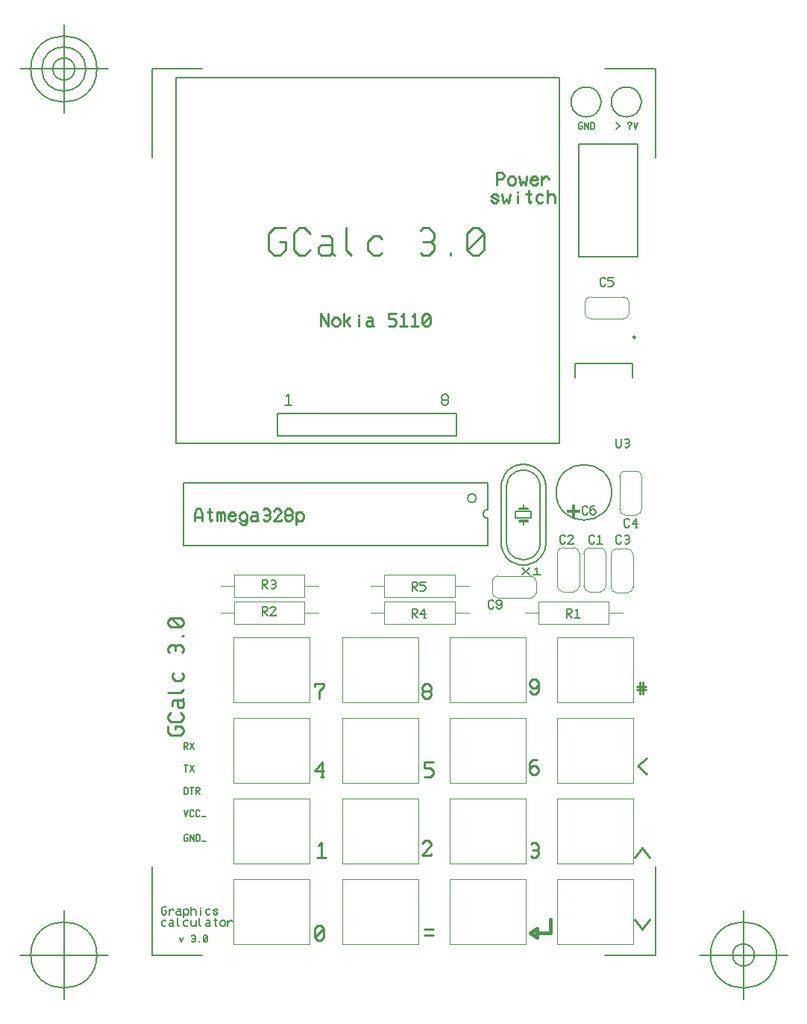
<source format=gbr>
G04 Generated by Ultiboard 14.0 *
%FSLAX34Y34*%
%MOMM*%

%ADD10C,0.0001*%
%ADD11C,0.0013*%
%ADD12C,0.2222*%
%ADD13C,0.2933*%
%ADD14C,0.1556*%
%ADD15C,0.1000*%
%ADD16C,0.2032*%
%ADD17C,0.2667*%
%ADD18C,0.0010*%
%ADD19C,0.4000*%
%ADD20C,0.2000*%
%ADD21C,0.2500*%
%ADD22C,0.1976*%
%ADD23C,0.1778*%
%ADD24C,0.1270*%


G04 ColorRGB FFFF00 for the following layer *
%LNSilkscreen Top*%
%LPD*%
G54D10*
G54D11*
X454660Y174564D02*
X541020Y174564D01*
X541020Y100904D01*
X454660Y100904D01*
X454660Y174564D01*
X332740Y83124D02*
X419100Y83124D01*
X419100Y9464D01*
X332740Y9464D01*
X332740Y83124D01*
X87480Y83124D02*
X173840Y83124D01*
X173840Y9464D01*
X87480Y9464D01*
X87480Y83124D01*
X87480Y174564D02*
X173840Y174564D01*
X173840Y100904D01*
X87480Y100904D01*
X87480Y174564D01*
X87480Y357444D02*
X173840Y357444D01*
X173840Y283784D01*
X87480Y283784D01*
X87480Y357444D01*
X87480Y266004D02*
X173840Y266004D01*
X173840Y192344D01*
X87480Y192344D01*
X87480Y266004D01*
X210820Y357444D02*
X297180Y357444D01*
X297180Y283784D01*
X210820Y283784D01*
X210820Y357444D01*
X210820Y266004D02*
X297180Y266004D01*
X297180Y192344D01*
X210820Y192344D01*
X210820Y266004D01*
X210820Y174564D02*
X297180Y174564D01*
X297180Y100904D01*
X210820Y100904D01*
X210820Y174564D01*
X332740Y174564D02*
X419100Y174564D01*
X419100Y100904D01*
X332740Y100904D01*
X332740Y174564D01*
X332740Y266004D02*
X419100Y266004D01*
X419100Y192344D01*
X332740Y192344D01*
X332740Y266004D01*
X332740Y357444D02*
X419100Y357444D01*
X419100Y283784D01*
X332740Y283784D01*
X332740Y357444D01*
X454660Y266004D02*
X541020Y266004D01*
X541020Y192344D01*
X454660Y192344D01*
X454660Y266004D01*
X454660Y357444D02*
X541020Y357444D01*
X541020Y283784D01*
X454660Y283784D01*
X454660Y357444D01*
X454660Y83124D02*
X541020Y83124D01*
X541020Y9464D01*
X454660Y9464D01*
X454660Y83124D01*
X210820Y83124D02*
X297180Y83124D01*
X297180Y9464D01*
X210820Y9464D01*
X210820Y83124D01*
G54D12*
X186842Y710726D02*
X186842Y725011D01*
X195376Y710726D01*
X195376Y725011D01*
X199642Y713583D02*
X202487Y710726D01*
X205331Y710726D01*
X208176Y713583D01*
X208176Y717869D01*
X205331Y720726D01*
X202487Y720726D01*
X199642Y717869D01*
X199642Y713583D01*
X212442Y716440D02*
X215287Y716440D01*
X219553Y720726D01*
X215287Y716440D02*
X219553Y710726D01*
X212442Y710726D02*
X212442Y725011D01*
X229509Y710726D02*
X229509Y719297D01*
X229509Y722154D02*
X229509Y723583D01*
X239464Y720726D02*
X243731Y720726D01*
X245153Y719297D01*
X245153Y712154D01*
X243731Y710726D01*
X239464Y710726D01*
X238042Y712154D01*
X238042Y715011D01*
X239464Y716440D01*
X245153Y716440D01*
X245153Y712154D02*
X246576Y710726D01*
X272176Y725011D02*
X263642Y725011D01*
X263642Y719297D01*
X269331Y719297D01*
X272176Y716440D01*
X272176Y713583D01*
X269331Y710726D01*
X263642Y710726D01*
X277864Y722154D02*
X280709Y725011D01*
X280709Y710726D01*
X276442Y710726D02*
X284976Y710726D01*
X290664Y722154D02*
X293509Y725011D01*
X293509Y710726D01*
X289242Y710726D02*
X297776Y710726D01*
X302042Y722154D02*
X304887Y725011D01*
X307731Y725011D01*
X310576Y722154D01*
X310576Y713583D01*
X307731Y710726D01*
X304887Y710726D01*
X302042Y713583D01*
X302042Y722154D01*
X310576Y722154D02*
X302042Y713583D01*
X386282Y870746D02*
X386282Y885031D01*
X391971Y885031D01*
X394816Y882174D01*
X394816Y880746D01*
X391971Y877889D01*
X386282Y877889D01*
X399082Y873603D02*
X401927Y870746D01*
X404771Y870746D01*
X407616Y873603D01*
X407616Y877889D01*
X404771Y880746D01*
X401927Y880746D01*
X399082Y877889D01*
X399082Y873603D01*
X411882Y880746D02*
X413304Y870746D01*
X416149Y875031D01*
X418993Y870746D01*
X420416Y880746D01*
X433216Y873603D02*
X430371Y870746D01*
X427527Y870746D01*
X424682Y873603D01*
X424682Y877889D01*
X427527Y880746D01*
X430371Y880746D01*
X433216Y877889D01*
X431793Y876460D01*
X424682Y876460D01*
X437482Y876460D02*
X441749Y880746D01*
X443171Y880746D01*
X446016Y877889D01*
X437482Y870746D02*
X437482Y880746D01*
X379882Y853603D02*
X382727Y850746D01*
X385571Y850746D01*
X388416Y853603D01*
X379882Y857889D01*
X382727Y860746D01*
X385571Y860746D01*
X388416Y857889D01*
X392682Y860746D02*
X394104Y850746D01*
X396949Y855031D01*
X399793Y850746D01*
X401216Y860746D01*
X409749Y850746D02*
X409749Y859317D01*
X409749Y862174D02*
X409749Y863603D01*
X425393Y852174D02*
X423971Y850746D01*
X422549Y852174D01*
X422549Y865031D01*
X419704Y860746D02*
X425393Y860746D01*
X438193Y852174D02*
X436771Y850746D01*
X433927Y850746D01*
X431082Y853603D01*
X431082Y857889D01*
X433927Y860746D01*
X436771Y860746D01*
X438193Y859317D01*
X443882Y857889D02*
X446727Y860746D01*
X449571Y860746D01*
X452416Y857889D01*
X452416Y850746D01*
X443882Y865031D02*
X443882Y850746D01*
X43282Y489746D02*
X43282Y498317D01*
X46127Y504031D01*
X48971Y504031D01*
X51816Y498317D01*
X51816Y489746D01*
X43282Y494031D02*
X51816Y494031D01*
X63193Y491174D02*
X61771Y489746D01*
X60349Y491174D01*
X60349Y504031D01*
X57504Y499746D02*
X63193Y499746D01*
X68882Y489746D02*
X68882Y498317D01*
X68882Y499746D01*
X68882Y498317D02*
X70304Y499746D01*
X71727Y499746D01*
X73149Y498317D01*
X74571Y499746D01*
X75993Y499746D01*
X77416Y498317D01*
X77416Y489746D01*
X73149Y498317D02*
X73149Y489746D01*
X90216Y492603D02*
X87371Y489746D01*
X84527Y489746D01*
X81682Y492603D01*
X81682Y496889D01*
X84527Y499746D01*
X87371Y499746D01*
X90216Y496889D01*
X88793Y495460D01*
X81682Y495460D01*
X94482Y488317D02*
X97327Y485460D01*
X100171Y485460D01*
X103016Y488317D01*
X103016Y492603D01*
X103016Y496889D01*
X100171Y499746D01*
X97327Y499746D01*
X94482Y496889D01*
X94482Y492603D01*
X97327Y489746D01*
X100171Y489746D01*
X103016Y492603D01*
X108704Y499746D02*
X112971Y499746D01*
X114393Y498317D01*
X114393Y491174D01*
X112971Y489746D01*
X108704Y489746D01*
X107282Y491174D01*
X107282Y494031D01*
X108704Y495460D01*
X114393Y495460D01*
X114393Y491174D02*
X115816Y489746D01*
X121504Y502603D02*
X122927Y504031D01*
X125771Y504031D01*
X128616Y501174D01*
X128616Y498317D01*
X127193Y496889D01*
X128616Y495460D01*
X128616Y492603D01*
X125771Y489746D01*
X122927Y489746D01*
X121504Y491174D01*
X122927Y496889D02*
X127193Y496889D01*
X132882Y501174D02*
X135727Y504031D01*
X138571Y504031D01*
X141416Y501174D01*
X141416Y499746D01*
X132882Y489746D01*
X141416Y489746D01*
X141416Y491174D01*
X151371Y489746D02*
X148527Y489746D01*
X145682Y492603D01*
X145682Y495460D01*
X147104Y496889D01*
X145682Y498317D01*
X145682Y501174D01*
X148527Y504031D01*
X151371Y504031D01*
X154216Y501174D01*
X154216Y498317D01*
X152793Y496889D01*
X154216Y495460D01*
X154216Y492603D01*
X151371Y489746D01*
X147104Y496889D02*
X152793Y496889D01*
X158482Y492603D02*
X161327Y489746D01*
X164171Y489746D01*
X167016Y492603D01*
X167016Y496889D01*
X164171Y499746D01*
X161327Y499746D01*
X158482Y496889D01*
X158482Y485460D02*
X158482Y499746D01*
G54D13*
X140104Y806643D02*
X146362Y806643D01*
X146362Y797214D01*
X140104Y790929D01*
X133847Y790929D01*
X127589Y797214D01*
X127589Y816071D01*
X133847Y822357D01*
X146362Y822357D01*
X174522Y797214D02*
X168264Y790929D01*
X162007Y790929D01*
X155749Y797214D01*
X155749Y816071D01*
X162007Y822357D01*
X168264Y822357D01*
X174522Y816071D01*
X187038Y812929D02*
X196424Y812929D01*
X199553Y809786D01*
X199553Y794071D01*
X196424Y790929D01*
X187038Y790929D01*
X183909Y794071D01*
X183909Y800357D01*
X187038Y803500D01*
X199553Y803500D01*
X199553Y794071D02*
X202682Y790929D01*
X215198Y822357D02*
X215198Y797214D01*
X221456Y790929D01*
X255873Y794071D02*
X252744Y790929D01*
X246487Y790929D01*
X240229Y797214D01*
X240229Y806643D01*
X246487Y812929D01*
X252744Y812929D01*
X255873Y809786D01*
X299678Y819214D02*
X302807Y822357D01*
X309064Y822357D01*
X315322Y816071D01*
X315322Y809786D01*
X312193Y806643D01*
X315322Y803500D01*
X315322Y797214D01*
X309064Y790929D01*
X302807Y790929D01*
X299678Y794071D01*
X302807Y806643D02*
X312193Y806643D01*
X334096Y790929D02*
X334096Y794071D01*
X352869Y816071D02*
X359127Y822357D01*
X365384Y822357D01*
X371642Y816071D01*
X371642Y797214D01*
X365384Y790929D01*
X359127Y790929D01*
X352869Y797214D01*
X352869Y816071D01*
X371642Y816071D02*
X352869Y797214D01*
G54D14*
X537109Y484340D02*
X535118Y482340D01*
X533127Y482340D01*
X531136Y484340D01*
X531136Y490340D01*
X533127Y492340D01*
X535118Y492340D01*
X537109Y490340D01*
X546069Y486340D02*
X540096Y486340D01*
X545073Y492340D01*
X545073Y482340D01*
X544078Y482340D02*
X546069Y482340D01*
X527669Y465980D02*
X525678Y463980D01*
X523687Y463980D01*
X521696Y465980D01*
X521696Y471980D01*
X523687Y473980D01*
X525678Y473980D01*
X527669Y471980D01*
X531651Y472980D02*
X532647Y473980D01*
X534638Y473980D01*
X536629Y471980D01*
X536629Y469980D01*
X535633Y468980D01*
X536629Y467980D01*
X536629Y465980D01*
X534638Y463980D01*
X532647Y463980D01*
X531651Y464980D01*
X532647Y468980D02*
X535633Y468980D01*
X521696Y583200D02*
X521696Y575200D01*
X523687Y573200D01*
X525678Y573200D01*
X527669Y575200D01*
X527669Y583200D01*
X531651Y582200D02*
X532647Y583200D01*
X534638Y583200D01*
X536629Y581200D01*
X536629Y579200D01*
X535633Y578200D01*
X536629Y577200D01*
X536629Y575200D01*
X534638Y573200D01*
X532647Y573200D01*
X531651Y574200D01*
X532647Y578200D02*
X535633Y578200D01*
X382889Y392320D02*
X380898Y390320D01*
X378907Y390320D01*
X376916Y392320D01*
X376916Y398320D01*
X378907Y400320D01*
X380898Y400320D01*
X382889Y398320D01*
X385876Y392320D02*
X387867Y390320D01*
X389858Y390320D01*
X391849Y392320D01*
X391849Y396320D01*
X391849Y398320D01*
X389858Y400320D01*
X387867Y400320D01*
X385876Y398320D01*
X385876Y396320D01*
X387867Y394320D01*
X389858Y394320D01*
X391849Y396320D01*
X464169Y465980D02*
X462178Y463980D01*
X460187Y463980D01*
X458196Y465980D01*
X458196Y471980D01*
X460187Y473980D01*
X462178Y473980D01*
X464169Y471980D01*
X467156Y471980D02*
X469147Y473980D01*
X471138Y473980D01*
X473129Y471980D01*
X473129Y470980D01*
X467156Y463980D01*
X473129Y463980D01*
X473129Y464980D01*
X497189Y465980D02*
X495198Y463980D01*
X493207Y463980D01*
X491216Y465980D01*
X491216Y471980D01*
X493207Y473980D01*
X495198Y473980D01*
X497189Y471980D01*
X501171Y471980D02*
X503162Y473980D01*
X503162Y463980D01*
X500176Y463980D02*
X506149Y463980D01*
G54D15*
X525805Y540400D02*
X525805Y503049D01*
G75*
D01*
G03X532129Y496725I6324J0*
G01*
X544480Y496725D01*
G75*
D01*
G03X550805Y503049I1J6324*
G01*
X550805Y540400D01*
G74*
D01*
G03X544480Y546725I6325J0*
G01*
X532129Y546725D01*
G75*
D01*
G03X525805Y540400I1J-6325*
G01*
X168120Y373180D02*
X88120Y373180D01*
X88120Y398680D01*
X168120Y398680D01*
X168120Y373180D01*
X184120Y386080D02*
X168120Y386080D01*
X88120Y386080D02*
X73120Y386080D01*
X168120Y403660D02*
X88120Y403660D01*
X88120Y429160D01*
X168120Y429160D01*
X168120Y403660D01*
X184120Y416560D02*
X168120Y416560D01*
X88120Y416560D02*
X73120Y416560D01*
X338600Y403660D02*
X258600Y403660D01*
X258600Y429160D01*
X338600Y429160D01*
X338600Y403660D01*
X354600Y416560D02*
X338600Y416560D01*
X258600Y416560D02*
X243600Y416560D01*
X338600Y373180D02*
X258600Y373180D01*
X258600Y398680D01*
X338600Y398680D01*
X338600Y373180D01*
X354600Y386080D02*
X338600Y386080D01*
X258600Y386080D02*
X243600Y386080D01*
X513560Y373180D02*
X433560Y373180D01*
X433560Y398680D01*
X513560Y398680D01*
X513560Y373180D01*
X529560Y386080D02*
X513560Y386080D01*
X433560Y386080D02*
X418560Y386080D01*
X515995Y451991D02*
X515995Y414640D01*
G75*
D01*
G03X522320Y408315I6325J0*
G01*
X534671Y408315D01*
G75*
D01*
G03X540995Y414640I-1J6325*
G01*
X540995Y451991D01*
G74*
D01*
G03X534671Y458315I6324J0*
G01*
X522320Y458315D01*
G75*
D01*
G03X515995Y451991I-1J-6324*
G01*
X381225Y421220D02*
X381225Y408869D01*
G75*
D01*
G03X387549Y402545I6324J0*
G01*
X424900Y402545D01*
G75*
D01*
G03X431225Y408869I1J6324*
G01*
X431225Y421220D01*
G74*
D01*
G03X424900Y427545I6325J0*
G01*
X387549Y427545D01*
G75*
D01*
G03X381225Y421220I1J-6325*
G01*
X455035Y453191D02*
X455035Y415840D01*
G75*
D01*
G03X461360Y409515I6325J0*
G01*
X473711Y409515D01*
G75*
D01*
G03X480035Y415840I-1J6325*
G01*
X480035Y453191D01*
G74*
D01*
G03X473711Y459515I6324J0*
G01*
X461360Y459515D01*
G75*
D01*
G03X455035Y453191I-1J-6324*
G01*
X485165Y453191D02*
X485165Y415840D01*
G75*
D01*
G03X491489Y409515I6324J-1*
G01*
X503840Y409515D01*
G75*
D01*
G03X510165Y415840I0J6325*
G01*
X510165Y453191D01*
G74*
D01*
G03X503840Y459515I6325J1*
G01*
X491489Y459515D01*
G75*
D01*
G03X485165Y453191I0J-6324*
G01*
X486565Y737871D02*
X486565Y725520D01*
G75*
D01*
G03X492889Y719195I6324J-1*
G01*
X530240Y719195D01*
G75*
D01*
G03X536565Y725520I0J6325*
G01*
X536565Y737871D01*
G74*
D01*
G03X530240Y744195I6325J1*
G01*
X492889Y744195D01*
G75*
D01*
G03X486565Y737871I0J-6324*
G01*
G54D16*
X120376Y382700D02*
X120376Y392700D01*
X124358Y392700D01*
X126349Y390700D01*
X126349Y389700D01*
X124358Y387700D01*
X120376Y387700D01*
X121371Y387700D02*
X126349Y382700D01*
X129336Y390700D02*
X131327Y392700D01*
X133318Y392700D01*
X135309Y390700D01*
X135309Y389700D01*
X129336Y382700D01*
X135309Y382700D01*
X135309Y383700D01*
X120376Y413180D02*
X120376Y423180D01*
X124358Y423180D01*
X126349Y421180D01*
X126349Y420180D01*
X124358Y418180D01*
X120376Y418180D01*
X121371Y418180D02*
X126349Y413180D01*
X130331Y422180D02*
X131327Y423180D01*
X133318Y423180D01*
X135309Y421180D01*
X135309Y419180D01*
X134313Y418180D01*
X135309Y417180D01*
X135309Y415180D01*
X133318Y413180D01*
X131327Y413180D01*
X130331Y414180D01*
X131327Y418180D02*
X134313Y418180D01*
X290556Y410640D02*
X290556Y420640D01*
X294538Y420640D01*
X296529Y418640D01*
X296529Y417640D01*
X294538Y415640D01*
X290556Y415640D01*
X291551Y415640D02*
X296529Y410640D01*
X305489Y420640D02*
X299516Y420640D01*
X299516Y416640D01*
X303498Y416640D01*
X305489Y414640D01*
X305489Y412640D01*
X303498Y410640D01*
X299516Y410640D01*
X290556Y380160D02*
X290556Y390160D01*
X294538Y390160D01*
X296529Y388160D01*
X296529Y387160D01*
X294538Y385160D01*
X290556Y385160D01*
X291551Y385160D02*
X296529Y380160D01*
X305489Y384160D02*
X299516Y384160D01*
X304493Y390160D01*
X304493Y380160D01*
X303498Y380160D02*
X305489Y380160D01*
X465816Y380160D02*
X465816Y390160D01*
X469798Y390160D01*
X471789Y388160D01*
X471789Y387160D01*
X469798Y385160D01*
X465816Y385160D01*
X466811Y385160D02*
X471789Y380160D01*
X475771Y388160D02*
X477762Y390160D01*
X477762Y380160D01*
X474776Y380160D02*
X480749Y380160D01*
X489569Y499000D02*
X487578Y497000D01*
X485587Y497000D01*
X483596Y499000D01*
X483596Y505000D01*
X485587Y507000D01*
X487578Y507000D01*
X489569Y505000D01*
X497533Y507000D02*
X494547Y507000D01*
X492556Y505000D01*
X492556Y501000D01*
X492556Y499000D01*
X494547Y497000D01*
X496538Y497000D01*
X498529Y499000D01*
X498529Y501000D01*
X496538Y503000D01*
X494547Y503000D01*
X492556Y501000D01*
X453840Y522240D02*
G75*
D01*
G02X453840Y522240I31500J0*
G01*
X375920Y533400D02*
X30480Y533400D01*
X30480Y462280D01*
X375920Y462280D01*
X375920Y502840D02*
X375484Y502821D01*
X375052Y502764D01*
X374626Y502670D01*
X374210Y502538D01*
X373807Y502372D01*
X373420Y502170D01*
X373052Y501936D01*
X372706Y501670D01*
X372384Y501376D01*
X372090Y501054D01*
X371824Y500708D01*
X371590Y500340D01*
X371388Y499953D01*
X371222Y499550D01*
X371090Y499134D01*
X370996Y498708D01*
X370939Y498276D01*
X370920Y497840D01*
X370939Y497404D01*
X370996Y496972D01*
X371090Y496546D01*
X371222Y496130D01*
X371388Y495727D01*
X371590Y495340D01*
X371824Y494972D01*
X372090Y494626D01*
X372384Y494304D01*
X372706Y494010D01*
X373052Y493744D01*
X373420Y493510D01*
X373807Y493308D01*
X374210Y493142D01*
X374626Y493010D01*
X375052Y492916D01*
X375484Y492859D01*
X375920Y492840D01*
X375920Y462280D02*
X375920Y492840D01*
X375920Y502840D02*
X375920Y533400D01*
X353060Y515620D02*
G75*
D01*
G02X353060Y515620I5080J0*
G01*
X479580Y917440D02*
X479580Y789440D01*
X546580Y789440D01*
X546580Y917440D01*
X479580Y917440D01*
X415431Y436124D02*
X423898Y428565D01*
X415431Y428565D02*
X423898Y436124D01*
X429542Y434612D02*
X432364Y436124D01*
X432364Y428565D01*
X428131Y428565D02*
X436598Y428565D01*
X391160Y528532D02*
X391160Y465032D01*
X397510Y528532D02*
X397510Y465032D01*
X435610Y528532D02*
X435610Y465032D01*
X441960Y528532D02*
X441960Y465032D01*
X407670Y500592D02*
X407670Y492972D01*
X425450Y492972D02*
X425450Y500592D01*
X441960Y528532D02*
X441863Y530746D01*
X441574Y532943D01*
X441095Y535106D01*
X440428Y537219D01*
X439580Y539266D01*
X438557Y541232D01*
X437366Y543101D01*
X436018Y544859D01*
X434521Y546493D01*
X432887Y547990D01*
X431129Y549338D01*
X429260Y550529D01*
X427295Y551552D01*
X425247Y552400D01*
X423134Y553067D01*
X420971Y553546D01*
X418774Y553835D01*
X416560Y553932D01*
X414346Y553835D01*
X412149Y553546D01*
X409986Y553067D01*
X407873Y552400D01*
X405826Y551552D01*
X403860Y550529D01*
X401991Y549338D01*
X400233Y547990D01*
X398599Y546493D01*
X397102Y544859D01*
X395754Y543101D01*
X394563Y541232D01*
X393540Y539267D01*
X392692Y537219D01*
X392025Y535106D01*
X391546Y532943D01*
X391257Y530746D01*
X391160Y528532D01*
X391160Y528532D01*
X435610Y528532D02*
X435538Y530192D01*
X435321Y531840D01*
X434961Y533462D01*
X434461Y535047D01*
X433825Y536583D01*
X433058Y538057D01*
X432165Y539459D01*
X431153Y540777D01*
X430030Y542002D01*
X428805Y543125D01*
X427487Y544137D01*
X426085Y545030D01*
X424611Y545797D01*
X423075Y546433D01*
X421491Y546933D01*
X419868Y547293D01*
X418220Y547510D01*
X416560Y547582D01*
X414900Y547510D01*
X413252Y547293D01*
X411630Y546933D01*
X410045Y546433D01*
X408509Y545797D01*
X407035Y545030D01*
X405633Y544137D01*
X404315Y543125D01*
X403090Y542002D01*
X401967Y540777D01*
X400955Y539459D01*
X400062Y538057D01*
X399295Y536583D01*
X398659Y535047D01*
X398159Y533463D01*
X397799Y531840D01*
X397582Y530192D01*
X397510Y528532D01*
X397510Y528532D01*
X425450Y500592D02*
X407670Y500592D01*
X411480Y503132D02*
X421640Y503132D01*
X421640Y504402D02*
X411480Y504402D01*
X416560Y504402D02*
X416560Y508212D01*
X391160Y465032D02*
X391257Y462818D01*
X391546Y460621D01*
X392025Y458458D01*
X392692Y456345D01*
X393540Y454297D01*
X394563Y452332D01*
X395754Y450463D01*
X397102Y448705D01*
X398599Y447071D01*
X400233Y445574D01*
X401991Y444226D01*
X403860Y443035D01*
X405825Y442012D01*
X407873Y441164D01*
X409986Y440497D01*
X412149Y440018D01*
X414346Y439729D01*
X416560Y439632D01*
X418774Y439729D01*
X420971Y440018D01*
X423134Y440497D01*
X425247Y441164D01*
X427295Y442012D01*
X429260Y443035D01*
X431129Y444226D01*
X432887Y445574D01*
X434521Y447071D01*
X436018Y448705D01*
X437366Y450463D01*
X438557Y452332D01*
X439580Y454297D01*
X440428Y456345D01*
X441095Y458458D01*
X441574Y460621D01*
X441863Y462818D01*
X441960Y465032D01*
X441960Y465032D01*
X397510Y465032D02*
X397582Y463372D01*
X397799Y461724D01*
X398159Y460101D01*
X398659Y458517D01*
X399295Y456981D01*
X400062Y455507D01*
X400955Y454105D01*
X401967Y452787D01*
X403090Y451562D01*
X404315Y450439D01*
X405633Y449427D01*
X407035Y448534D01*
X408509Y447767D01*
X410045Y447131D01*
X411629Y446631D01*
X413252Y446271D01*
X414900Y446054D01*
X416560Y445982D01*
X418220Y446054D01*
X419868Y446271D01*
X421491Y446631D01*
X423075Y447131D01*
X424611Y447767D01*
X426085Y448534D01*
X427487Y449427D01*
X428805Y450439D01*
X430030Y451562D01*
X431153Y452787D01*
X432165Y454105D01*
X433058Y455507D01*
X433825Y456981D01*
X434461Y458517D01*
X434961Y460101D01*
X435321Y461724D01*
X435538Y463372D01*
X435610Y465032D01*
X435610Y465032D01*
X425450Y492972D02*
X407670Y492972D01*
X421640Y490432D02*
X411480Y490432D01*
X421640Y489162D02*
X411480Y489162D01*
X416560Y489162D02*
X416560Y485352D01*
X137160Y612140D02*
X137160Y586740D01*
X340360Y586740D02*
X340360Y612140D01*
X137160Y586740D02*
X340360Y586740D01*
X340360Y612140D02*
X137160Y612140D01*
X22200Y993140D02*
X457200Y993140D01*
X457200Y577840D01*
X22200Y577840D01*
X22200Y993140D01*
X487680Y948267D02*
X489156Y948331D01*
X490620Y948524D01*
X492063Y948844D01*
X493472Y949288D01*
X494836Y949853D01*
X496147Y950535D01*
X497393Y951329D01*
X498565Y952228D01*
X499654Y953226D01*
X500652Y954315D01*
X501551Y955487D01*
X502345Y956733D01*
X503027Y958044D01*
X503592Y959408D01*
X504036Y960817D01*
X504356Y962260D01*
X504549Y963724D01*
X504613Y965200D01*
X504549Y966676D01*
X504356Y968140D01*
X504036Y969583D01*
X503592Y970992D01*
X503027Y972356D01*
X502345Y973667D01*
X501551Y974913D01*
X500652Y976085D01*
X499654Y977174D01*
X498565Y978172D01*
X497393Y979071D01*
X496147Y979865D01*
X494836Y980547D01*
X493472Y981112D01*
X492063Y981556D01*
X490620Y981876D01*
X489156Y982069D01*
X487680Y982133D01*
X486204Y982069D01*
X484740Y981876D01*
X483297Y981556D01*
X481888Y981112D01*
X480524Y980547D01*
X479213Y979865D01*
X477967Y979071D01*
X476795Y978172D01*
X475706Y977174D01*
X474708Y976085D01*
X473809Y974913D01*
X473015Y973667D01*
X472333Y972356D01*
X471768Y970992D01*
X471324Y969583D01*
X471004Y968140D01*
X470811Y966676D01*
X470747Y965200D01*
X470811Y963724D01*
X471004Y962260D01*
X471324Y960817D01*
X471768Y959408D01*
X472333Y958044D01*
X473015Y956733D01*
X473809Y955487D01*
X474708Y954315D01*
X475706Y953226D01*
X476795Y952228D01*
X477967Y951329D01*
X479213Y950535D01*
X480524Y949853D01*
X481888Y949288D01*
X483297Y948844D01*
X484740Y948524D01*
X486204Y948331D01*
X487680Y948267D01*
X487680Y948267D01*
X533400Y948267D02*
X534876Y948331D01*
X536340Y948524D01*
X537783Y948844D01*
X539192Y949288D01*
X540556Y949853D01*
X541867Y950535D01*
X543113Y951329D01*
X544285Y952228D01*
X545374Y953226D01*
X546372Y954315D01*
X547271Y955487D01*
X548065Y956733D01*
X548747Y958044D01*
X549312Y959408D01*
X549756Y960817D01*
X550076Y962260D01*
X550269Y963724D01*
X550333Y965200D01*
X550269Y966676D01*
X550076Y968140D01*
X549756Y969583D01*
X549312Y970992D01*
X548747Y972356D01*
X548065Y973667D01*
X547271Y974913D01*
X546372Y976085D01*
X545374Y977174D01*
X544285Y978172D01*
X543113Y979071D01*
X541867Y979865D01*
X540556Y980547D01*
X539192Y981112D01*
X537783Y981556D01*
X536340Y981876D01*
X534876Y982069D01*
X533400Y982133D01*
X531924Y982069D01*
X530460Y981876D01*
X529017Y981556D01*
X527608Y981112D01*
X526244Y980547D01*
X524933Y979865D01*
X523687Y979071D01*
X522515Y978172D01*
X521426Y977174D01*
X520428Y976085D01*
X519529Y974913D01*
X518735Y973667D01*
X518053Y972356D01*
X517488Y970992D01*
X517044Y969583D01*
X516724Y968140D01*
X516531Y966676D01*
X516467Y965200D01*
X516531Y963724D01*
X516724Y962260D01*
X517044Y960817D01*
X517488Y959408D01*
X518053Y958044D01*
X518735Y956733D01*
X519529Y955487D01*
X520428Y954315D01*
X521426Y953226D01*
X522515Y952228D01*
X523687Y951329D01*
X524933Y950535D01*
X526244Y949853D01*
X527608Y949288D01*
X529017Y948844D01*
X530460Y948524D01*
X531924Y948331D01*
X533400Y948267D01*
X533400Y948267D01*
X509889Y758080D02*
X507898Y756080D01*
X505907Y756080D01*
X503916Y758080D01*
X503916Y764080D01*
X505907Y766080D01*
X507898Y766080D01*
X509889Y764080D01*
X518849Y766080D02*
X512876Y766080D01*
X512876Y762080D01*
X516858Y762080D01*
X518849Y760080D01*
X518849Y758080D01*
X516858Y756080D01*
X512876Y756080D01*
G54D17*
X21846Y253833D02*
X21846Y257247D01*
X26989Y257247D01*
X30417Y253833D01*
X30417Y250420D01*
X26989Y247007D01*
X16703Y247007D01*
X13274Y250420D01*
X13274Y257247D01*
X26989Y272607D02*
X30417Y269193D01*
X30417Y265780D01*
X26989Y262367D01*
X16703Y262367D01*
X13274Y265780D01*
X13274Y269193D01*
X16703Y272607D01*
X18417Y279433D02*
X18417Y284553D01*
X20131Y286260D01*
X28703Y286260D01*
X30417Y284553D01*
X30417Y279433D01*
X28703Y277727D01*
X25274Y277727D01*
X23560Y279433D01*
X23560Y286260D01*
X28703Y286260D02*
X30417Y287967D01*
X13274Y294793D02*
X26989Y294793D01*
X30417Y298207D01*
X28703Y316980D02*
X30417Y315273D01*
X30417Y311860D01*
X26989Y308447D01*
X21846Y308447D01*
X18417Y311860D01*
X18417Y315273D01*
X20131Y316980D01*
X14989Y340873D02*
X13274Y342580D01*
X13274Y345993D01*
X16703Y349407D01*
X20131Y349407D01*
X21846Y347700D01*
X23560Y349407D01*
X26989Y349407D01*
X30417Y345993D01*
X30417Y342580D01*
X28703Y340873D01*
X21846Y342580D02*
X21846Y347700D01*
X30417Y359647D02*
X28703Y359647D01*
X16703Y369887D02*
X13274Y373300D01*
X13274Y376713D01*
X16703Y380127D01*
X26989Y380127D01*
X30417Y376713D01*
X30417Y373300D01*
X26989Y369887D01*
X16703Y369887D01*
X16703Y380127D02*
X26989Y369887D01*
X179507Y27877D02*
X182920Y31306D01*
X186333Y31306D01*
X189747Y27877D01*
X189747Y17591D01*
X186333Y14163D01*
X182920Y14163D01*
X179507Y17591D01*
X179507Y27877D01*
X189747Y27877D02*
X179507Y17591D01*
X183753Y121857D02*
X187167Y125286D01*
X187167Y108143D01*
X182047Y108143D02*
X192287Y108143D01*
X184627Y288483D02*
X184627Y297054D01*
X189747Y302197D01*
X189747Y305626D01*
X179507Y305626D01*
X179507Y302197D01*
X189747Y206440D02*
X179507Y206440D01*
X188040Y216726D01*
X188040Y199583D01*
X186333Y199583D02*
X189747Y199583D01*
X308253Y288483D02*
X304840Y288483D01*
X301427Y291911D01*
X301427Y295340D01*
X303133Y297054D01*
X301427Y298769D01*
X301427Y302197D01*
X304840Y305626D01*
X308253Y305626D01*
X311667Y302197D01*
X311667Y298769D01*
X309960Y297054D01*
X311667Y295340D01*
X311667Y291911D01*
X308253Y288483D01*
X303133Y297054D02*
X309960Y297054D01*
X314207Y216726D02*
X303967Y216726D01*
X303967Y209869D01*
X310793Y209869D01*
X314207Y206440D01*
X314207Y203011D01*
X310793Y199583D01*
X303967Y199583D01*
X301427Y124397D02*
X304840Y127826D01*
X308253Y127826D01*
X311667Y124397D01*
X311667Y122683D01*
X301427Y110683D01*
X311667Y110683D01*
X311667Y112397D01*
X425053Y123571D02*
X426760Y125286D01*
X430173Y125286D01*
X433587Y121857D01*
X433587Y118429D01*
X431880Y116714D01*
X433587Y115000D01*
X433587Y111571D01*
X430173Y108143D01*
X426760Y108143D01*
X425053Y109857D01*
X426760Y116714D02*
X431880Y116714D01*
X431880Y219266D02*
X426760Y219266D01*
X423347Y215837D01*
X423347Y208980D01*
X423347Y205551D01*
X426760Y202123D01*
X430173Y202123D01*
X433587Y205551D01*
X433587Y208980D01*
X430173Y212409D01*
X426760Y212409D01*
X423347Y208980D01*
X423347Y296991D02*
X426760Y293563D01*
X430173Y293563D01*
X433587Y296991D01*
X433587Y303849D01*
X433587Y307277D01*
X430173Y310706D01*
X426760Y310706D01*
X423347Y307277D01*
X423347Y303849D01*
X426760Y300420D01*
X430173Y300420D01*
X433587Y303849D01*
X556453Y220277D02*
X546213Y211706D01*
X556453Y203134D01*
X559877Y108387D02*
X551306Y118627D01*
X542734Y108387D01*
X548680Y307277D02*
X548680Y293563D01*
X552093Y307277D02*
X552093Y293563D01*
X545267Y302134D02*
X555507Y302134D01*
X545267Y298706D02*
X555507Y298706D01*
X542734Y37347D02*
X551306Y27107D01*
X559877Y37347D01*
X303967Y26989D02*
X314207Y26989D01*
X303967Y20131D02*
X314207Y20131D01*
G54D18*
G36*
X472009Y508654D02*
X472009Y508654D01*
X474499Y494460D01*
X474499Y508654D01*
X472009Y508654D01*
D02*
G37*
X474499Y494460D01*
X474499Y508654D01*
X472009Y508654D01*
G36*
X474499Y494460D02*
X474499Y494460D01*
X472009Y508654D01*
X472009Y502809D01*
X474499Y494460D01*
D02*
G37*
X472009Y508654D01*
X472009Y502809D01*
X474499Y494460D01*
G36*
X472009Y502809D02*
X472009Y502809D01*
X472009Y500348D01*
X474499Y494460D01*
X472009Y502809D01*
D02*
G37*
X472009Y500348D01*
X474499Y494460D01*
X472009Y502809D01*
G36*
X472009Y500348D02*
X472009Y500348D01*
X472009Y502809D01*
X466164Y502809D01*
X472009Y500348D01*
D02*
G37*
X472009Y502809D01*
X466164Y502809D01*
X472009Y500348D01*
G36*
X466164Y502809D02*
X466164Y502809D01*
X466164Y500348D01*
X472009Y500348D01*
X466164Y502809D01*
D02*
G37*
X466164Y500348D01*
X472009Y500348D01*
X466164Y502809D01*
G36*
X474499Y500348D02*
X474499Y500348D01*
X480344Y500348D01*
X474499Y502809D01*
X474499Y500348D01*
D02*
G37*
X480344Y500348D01*
X474499Y502809D01*
X474499Y500348D01*
G36*
X474499Y500348D01*
X474499Y508654D01*
X474499Y500348D01*
D02*
G37*
X474499Y508654D01*
X474499Y500348D01*
G36*
X474499Y500348D01*
X474499Y508654D01*
X474499Y494460D01*
X474499Y500348D01*
D02*
G37*
X474499Y508654D01*
X474499Y494460D01*
X474499Y500348D01*
G36*
X474499Y502809D02*
X474499Y502809D01*
X480344Y500348D01*
X480344Y502809D01*
X474499Y502809D01*
D02*
G37*
X480344Y500348D01*
X480344Y502809D01*
X474499Y502809D01*
G36*
X474499Y494460D02*
X474499Y494460D01*
X472009Y500348D01*
X472009Y494460D01*
X474499Y494460D01*
D02*
G37*
X472009Y500348D01*
X472009Y494460D01*
X474499Y494460D01*
G54D19*
X431800Y22860D02*
X431800Y27940D01*
X424180Y22860D01*
X431800Y17780D01*
X431800Y22860D01*
X447040Y22860D02*
X431800Y22860D01*
X447040Y38100D02*
X447040Y22860D01*
G54D20*
X475500Y668660D02*
X540500Y668660D01*
X475500Y652660D02*
X475500Y668660D01*
X540500Y668660D02*
X540500Y652660D01*
G54D21*
X541250Y698160D02*
G75*
D01*
G02X541250Y698160I1250J0*
G01*
G54D22*
X147309Y631190D02*
X149837Y633730D01*
X149837Y621030D01*
X146044Y621030D02*
X153630Y621030D01*
X328902Y621030D02*
X326373Y621030D01*
X323844Y623570D01*
X323844Y626110D01*
X325109Y627380D01*
X323844Y628650D01*
X323844Y631190D01*
X326373Y633730D01*
X328902Y633730D01*
X331430Y631190D01*
X331430Y628650D01*
X330166Y627380D01*
X331430Y626110D01*
X331430Y623570D01*
X328902Y621030D01*
X325109Y627380D02*
X330166Y627380D01*
G54D23*
X9702Y47769D02*
X11551Y47769D01*
X11551Y44983D01*
X9702Y43126D01*
X7853Y43126D01*
X6004Y44983D01*
X6004Y50554D01*
X7853Y52411D01*
X11551Y52411D01*
X14324Y46840D02*
X17098Y49626D01*
X18022Y49626D01*
X19871Y47769D01*
X14324Y43126D02*
X14324Y49626D01*
X23569Y49626D02*
X26342Y49626D01*
X27267Y48697D01*
X27267Y44054D01*
X26342Y43126D01*
X23569Y43126D01*
X22644Y44054D01*
X22644Y45911D01*
X23569Y46840D01*
X27267Y46840D01*
X27267Y44054D02*
X28191Y43126D01*
X30964Y44983D02*
X32813Y43126D01*
X34662Y43126D01*
X36511Y44983D01*
X36511Y47769D01*
X34662Y49626D01*
X32813Y49626D01*
X30964Y47769D01*
X30964Y40340D02*
X30964Y49626D01*
X39284Y47769D02*
X41133Y49626D01*
X42982Y49626D01*
X44831Y47769D01*
X44831Y43126D01*
X39284Y52411D02*
X39284Y43126D01*
X50378Y43126D02*
X50378Y48697D01*
X50378Y50554D02*
X50378Y51483D01*
X60547Y44054D02*
X59622Y43126D01*
X57773Y43126D01*
X55924Y44983D01*
X55924Y47769D01*
X57773Y49626D01*
X59622Y49626D01*
X60547Y48697D01*
X64244Y44983D02*
X66093Y43126D01*
X67942Y43126D01*
X69791Y44983D01*
X64244Y47769D01*
X66093Y49626D01*
X67942Y49626D01*
X69791Y47769D01*
X10627Y31054D02*
X9702Y30126D01*
X7853Y30126D01*
X6004Y31983D01*
X6004Y34769D01*
X7853Y36626D01*
X9702Y36626D01*
X10627Y35697D01*
X15249Y36626D02*
X18022Y36626D01*
X18947Y35697D01*
X18947Y31054D01*
X18022Y30126D01*
X15249Y30126D01*
X14324Y31054D01*
X14324Y32911D01*
X15249Y33840D01*
X18947Y33840D01*
X18947Y31054D02*
X19871Y30126D01*
X23569Y39411D02*
X23569Y31983D01*
X25418Y30126D01*
X35587Y31054D02*
X34662Y30126D01*
X32813Y30126D01*
X30964Y31983D01*
X30964Y34769D01*
X32813Y36626D01*
X34662Y36626D01*
X35587Y35697D01*
X39284Y36626D02*
X39284Y31983D01*
X41133Y30126D01*
X42982Y30126D01*
X44831Y31983D01*
X44831Y36626D01*
X44831Y31983D02*
X44831Y30126D01*
X48529Y39411D02*
X48529Y31983D01*
X50378Y30126D01*
X56849Y36626D02*
X59622Y36626D01*
X60547Y35697D01*
X60547Y31054D01*
X59622Y30126D01*
X56849Y30126D01*
X55924Y31054D01*
X55924Y32911D01*
X56849Y33840D01*
X60547Y33840D01*
X60547Y31054D02*
X61471Y30126D01*
X68867Y31054D02*
X67942Y30126D01*
X67018Y31054D01*
X67018Y39411D01*
X65169Y36626D02*
X68867Y36626D01*
X72564Y31983D02*
X74413Y30126D01*
X76262Y30126D01*
X78111Y31983D01*
X78111Y34769D01*
X76262Y36626D01*
X74413Y36626D01*
X72564Y34769D01*
X72564Y31983D01*
X80884Y33840D02*
X83658Y36626D01*
X84582Y36626D01*
X86431Y34769D01*
X80884Y30126D02*
X80884Y36626D01*
X26153Y17296D02*
X28410Y12005D01*
X30668Y17296D01*
X40451Y18808D02*
X41204Y19564D01*
X42709Y19564D01*
X44214Y18052D01*
X44214Y16540D01*
X43462Y15784D01*
X44214Y15028D01*
X44214Y13516D01*
X42709Y12005D01*
X41204Y12005D01*
X40451Y12760D01*
X41204Y15784D02*
X43462Y15784D01*
X48730Y12005D02*
X48730Y12760D01*
X53245Y18052D02*
X54750Y19564D01*
X56255Y19564D01*
X57760Y18052D01*
X57760Y13516D01*
X56255Y12005D01*
X54750Y12005D01*
X53245Y13516D01*
X53245Y18052D01*
X57760Y18052D02*
X53245Y13516D01*
X31233Y161804D02*
X33490Y154245D01*
X35748Y161804D01*
X42521Y155756D02*
X41016Y154245D01*
X39511Y154245D01*
X38006Y155756D01*
X38006Y160292D01*
X39511Y161804D01*
X41016Y161804D01*
X42521Y160292D01*
X49294Y155756D02*
X47789Y154245D01*
X46284Y154245D01*
X44779Y155756D01*
X44779Y160292D01*
X46284Y161804D01*
X47789Y161804D01*
X49294Y160292D01*
X51552Y154245D02*
X56067Y154245D01*
X34243Y130084D02*
X35748Y130084D01*
X35748Y127816D01*
X34243Y126305D01*
X32738Y126305D01*
X31233Y127816D01*
X31233Y132352D01*
X32738Y133864D01*
X35748Y133864D01*
X38006Y126305D02*
X38006Y133864D01*
X42521Y126305D01*
X42521Y133864D01*
X44779Y126305D02*
X47789Y126305D01*
X49294Y127816D01*
X49294Y132352D01*
X47789Y133864D01*
X44779Y133864D01*
X45531Y133864D02*
X45531Y126305D01*
X51552Y126305D02*
X56067Y126305D01*
X31233Y179645D02*
X34243Y179645D01*
X35748Y181156D01*
X35748Y185692D01*
X34243Y187204D01*
X31233Y187204D01*
X31985Y187204D02*
X31985Y179645D01*
X40263Y179645D02*
X40263Y187204D01*
X38006Y187204D02*
X42521Y187204D01*
X44779Y179645D02*
X44779Y187204D01*
X47789Y187204D01*
X49294Y185692D01*
X49294Y184936D01*
X47789Y183424D01*
X44779Y183424D01*
X45531Y183424D02*
X49294Y179645D01*
X33490Y205045D02*
X33490Y212604D01*
X31233Y212604D02*
X35748Y212604D01*
X38006Y212604D02*
X42521Y205045D01*
X38006Y205045D02*
X42521Y212604D01*
X31233Y230445D02*
X31233Y238004D01*
X34243Y238004D01*
X35748Y236492D01*
X35748Y235736D01*
X34243Y234224D01*
X31233Y234224D01*
X31985Y234224D02*
X35748Y230445D01*
X38006Y238004D02*
X42521Y230445D01*
X38006Y230445D02*
X42521Y238004D01*
X482129Y937804D02*
X483635Y937804D01*
X483635Y935536D01*
X482129Y934025D01*
X480624Y934025D01*
X479119Y935536D01*
X479119Y940072D01*
X480624Y941584D01*
X483635Y941584D01*
X485892Y934025D02*
X485892Y941584D01*
X490408Y934025D01*
X490408Y941584D01*
X492665Y934025D02*
X495676Y934025D01*
X497181Y935536D01*
X497181Y940072D01*
X495676Y941584D01*
X492665Y941584D01*
X493418Y941584D02*
X493418Y934025D01*
X521453Y934025D02*
X525968Y937804D01*
X521453Y941584D01*
X537257Y934025D02*
X537257Y937804D01*
X539514Y940072D01*
X539514Y941584D01*
X534999Y941584D01*
X534999Y940072D01*
X541772Y941584D02*
X544030Y934025D01*
X546287Y941584D01*
G54D24*
X-5080Y-2540D02*
X-5080Y97968D01*
X-5080Y-2540D02*
X52078Y-2540D01*
X566500Y-2540D02*
X509342Y-2540D01*
X566500Y-2540D02*
X566500Y97968D01*
X566500Y1002540D02*
X566500Y902032D01*
X566500Y1002540D02*
X509342Y1002540D01*
X-5080Y1002540D02*
X52078Y1002540D01*
X-5080Y1002540D02*
X-5080Y902032D01*
X-55080Y-2540D02*
X-155080Y-2540D01*
X-105080Y-52540D02*
X-105080Y47460D01*
X-142580Y-2540D02*
G75*
D01*
G02X-142580Y-2540I37500J0*
G01*
X616500Y-2540D02*
X716500Y-2540D01*
X666500Y-52540D02*
X666500Y47460D01*
X629000Y-2540D02*
G75*
D01*
G02X629000Y-2540I37500J0*
G01*
X654000Y-2540D02*
G75*
D01*
G02X654000Y-2540I12500J0*
G01*
X-55080Y1002540D02*
X-155080Y1002540D01*
X-105080Y952540D02*
X-105080Y1052540D01*
X-142580Y1002540D02*
G75*
D01*
G02X-142580Y1002540I37500J0*
G01*
X-130080Y1002540D02*
G75*
D01*
G02X-130080Y1002540I25000J0*
G01*
X-117580Y1002540D02*
G75*
D01*
G02X-117580Y1002540I12500J0*
G01*

M02*

</source>
